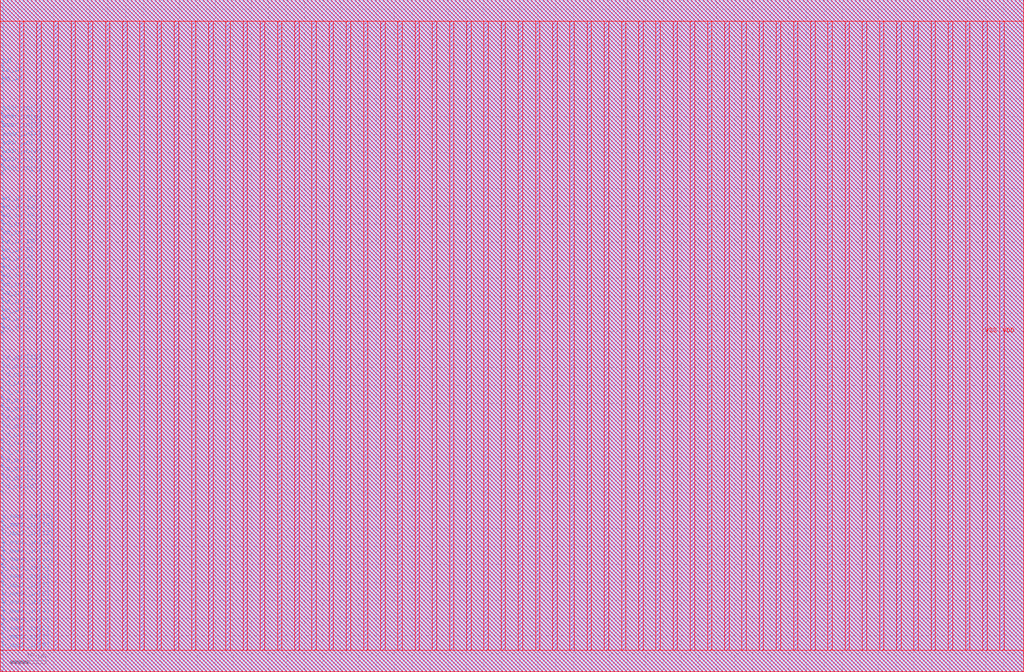
<source format=lef>
VERSION 5.7 ;
BUSBITCHARS "[]" ;
MACRO fakeram130_256x16
  FOREIGN fakeram130_256x16 0 0 ;
  SYMMETRY X Y R90 ;
  SIZE 285.660 BY 187.680 ;
  CLASS BLOCK ;
  PIN w_mask_in[0]
    DIRECTION INPUT ;
    USE SIGNAL ;
    SHAPE ABUTMENT ;
    PORT
      LAYER met3 ;
      RECT 0.000 5.850 0.800 6.150 ;
    END
  END w_mask_in[0]
  PIN w_mask_in[1]
    DIRECTION INPUT ;
    USE SIGNAL ;
    SHAPE ABUTMENT ;
    PORT
      LAYER met3 ;
      RECT 0.000 8.250 0.800 8.550 ;
    END
  END w_mask_in[1]
  PIN w_mask_in[2]
    DIRECTION INPUT ;
    USE SIGNAL ;
    SHAPE ABUTMENT ;
    PORT
      LAYER met3 ;
      RECT 0.000 10.650 0.800 10.950 ;
    END
  END w_mask_in[2]
  PIN w_mask_in[3]
    DIRECTION INPUT ;
    USE SIGNAL ;
    SHAPE ABUTMENT ;
    PORT
      LAYER met3 ;
      RECT 0.000 13.050 0.800 13.350 ;
    END
  END w_mask_in[3]
  PIN w_mask_in[4]
    DIRECTION INPUT ;
    USE SIGNAL ;
    SHAPE ABUTMENT ;
    PORT
      LAYER met3 ;
      RECT 0.000 15.450 0.800 15.750 ;
    END
  END w_mask_in[4]
  PIN w_mask_in[5]
    DIRECTION INPUT ;
    USE SIGNAL ;
    SHAPE ABUTMENT ;
    PORT
      LAYER met3 ;
      RECT 0.000 17.850 0.800 18.150 ;
    END
  END w_mask_in[5]
  PIN w_mask_in[6]
    DIRECTION INPUT ;
    USE SIGNAL ;
    SHAPE ABUTMENT ;
    PORT
      LAYER met3 ;
      RECT 0.000 20.250 0.800 20.550 ;
    END
  END w_mask_in[6]
  PIN w_mask_in[7]
    DIRECTION INPUT ;
    USE SIGNAL ;
    SHAPE ABUTMENT ;
    PORT
      LAYER met3 ;
      RECT 0.000 22.650 0.800 22.950 ;
    END
  END w_mask_in[7]
  PIN w_mask_in[8]
    DIRECTION INPUT ;
    USE SIGNAL ;
    SHAPE ABUTMENT ;
    PORT
      LAYER met3 ;
      RECT 0.000 25.050 0.800 25.350 ;
    END
  END w_mask_in[8]
  PIN w_mask_in[9]
    DIRECTION INPUT ;
    USE SIGNAL ;
    SHAPE ABUTMENT ;
    PORT
      LAYER met3 ;
      RECT 0.000 27.450 0.800 27.750 ;
    END
  END w_mask_in[9]
  PIN w_mask_in[10]
    DIRECTION INPUT ;
    USE SIGNAL ;
    SHAPE ABUTMENT ;
    PORT
      LAYER met3 ;
      RECT 0.000 29.850 0.800 30.150 ;
    END
  END w_mask_in[10]
  PIN w_mask_in[11]
    DIRECTION INPUT ;
    USE SIGNAL ;
    SHAPE ABUTMENT ;
    PORT
      LAYER met3 ;
      RECT 0.000 32.250 0.800 32.550 ;
    END
  END w_mask_in[11]
  PIN w_mask_in[12]
    DIRECTION INPUT ;
    USE SIGNAL ;
    SHAPE ABUTMENT ;
    PORT
      LAYER met3 ;
      RECT 0.000 34.650 0.800 34.950 ;
    END
  END w_mask_in[12]
  PIN w_mask_in[13]
    DIRECTION INPUT ;
    USE SIGNAL ;
    SHAPE ABUTMENT ;
    PORT
      LAYER met3 ;
      RECT 0.000 37.050 0.800 37.350 ;
    END
  END w_mask_in[13]
  PIN w_mask_in[14]
    DIRECTION INPUT ;
    USE SIGNAL ;
    SHAPE ABUTMENT ;
    PORT
      LAYER met3 ;
      RECT 0.000 39.450 0.800 39.750 ;
    END
  END w_mask_in[14]
  PIN w_mask_in[15]
    DIRECTION INPUT ;
    USE SIGNAL ;
    SHAPE ABUTMENT ;
    PORT
      LAYER met3 ;
      RECT 0.000 41.850 0.800 42.150 ;
    END
  END w_mask_in[15]
  PIN rd_out[0]
    DIRECTION OUTPUT ;
    USE SIGNAL ;
    SHAPE ABUTMENT ;
    PORT
      LAYER met3 ;
      RECT 0.000 50.250 0.800 50.550 ;
    END
  END rd_out[0]
  PIN rd_out[1]
    DIRECTION OUTPUT ;
    USE SIGNAL ;
    SHAPE ABUTMENT ;
    PORT
      LAYER met3 ;
      RECT 0.000 52.650 0.800 52.950 ;
    END
  END rd_out[1]
  PIN rd_out[2]
    DIRECTION OUTPUT ;
    USE SIGNAL ;
    SHAPE ABUTMENT ;
    PORT
      LAYER met3 ;
      RECT 0.000 55.050 0.800 55.350 ;
    END
  END rd_out[2]
  PIN rd_out[3]
    DIRECTION OUTPUT ;
    USE SIGNAL ;
    SHAPE ABUTMENT ;
    PORT
      LAYER met3 ;
      RECT 0.000 57.450 0.800 57.750 ;
    END
  END rd_out[3]
  PIN rd_out[4]
    DIRECTION OUTPUT ;
    USE SIGNAL ;
    SHAPE ABUTMENT ;
    PORT
      LAYER met3 ;
      RECT 0.000 59.850 0.800 60.150 ;
    END
  END rd_out[4]
  PIN rd_out[5]
    DIRECTION OUTPUT ;
    USE SIGNAL ;
    SHAPE ABUTMENT ;
    PORT
      LAYER met3 ;
      RECT 0.000 62.250 0.800 62.550 ;
    END
  END rd_out[5]
  PIN rd_out[6]
    DIRECTION OUTPUT ;
    USE SIGNAL ;
    SHAPE ABUTMENT ;
    PORT
      LAYER met3 ;
      RECT 0.000 64.650 0.800 64.950 ;
    END
  END rd_out[6]
  PIN rd_out[7]
    DIRECTION OUTPUT ;
    USE SIGNAL ;
    SHAPE ABUTMENT ;
    PORT
      LAYER met3 ;
      RECT 0.000 67.050 0.800 67.350 ;
    END
  END rd_out[7]
  PIN rd_out[8]
    DIRECTION OUTPUT ;
    USE SIGNAL ;
    SHAPE ABUTMENT ;
    PORT
      LAYER met3 ;
      RECT 0.000 69.450 0.800 69.750 ;
    END
  END rd_out[8]
  PIN rd_out[9]
    DIRECTION OUTPUT ;
    USE SIGNAL ;
    SHAPE ABUTMENT ;
    PORT
      LAYER met3 ;
      RECT 0.000 71.850 0.800 72.150 ;
    END
  END rd_out[9]
  PIN rd_out[10]
    DIRECTION OUTPUT ;
    USE SIGNAL ;
    SHAPE ABUTMENT ;
    PORT
      LAYER met3 ;
      RECT 0.000 74.250 0.800 74.550 ;
    END
  END rd_out[10]
  PIN rd_out[11]
    DIRECTION OUTPUT ;
    USE SIGNAL ;
    SHAPE ABUTMENT ;
    PORT
      LAYER met3 ;
      RECT 0.000 76.650 0.800 76.950 ;
    END
  END rd_out[11]
  PIN rd_out[12]
    DIRECTION OUTPUT ;
    USE SIGNAL ;
    SHAPE ABUTMENT ;
    PORT
      LAYER met3 ;
      RECT 0.000 79.050 0.800 79.350 ;
    END
  END rd_out[12]
  PIN rd_out[13]
    DIRECTION OUTPUT ;
    USE SIGNAL ;
    SHAPE ABUTMENT ;
    PORT
      LAYER met3 ;
      RECT 0.000 81.450 0.800 81.750 ;
    END
  END rd_out[13]
  PIN rd_out[14]
    DIRECTION OUTPUT ;
    USE SIGNAL ;
    SHAPE ABUTMENT ;
    PORT
      LAYER met3 ;
      RECT 0.000 83.850 0.800 84.150 ;
    END
  END rd_out[14]
  PIN rd_out[15]
    DIRECTION OUTPUT ;
    USE SIGNAL ;
    SHAPE ABUTMENT ;
    PORT
      LAYER met3 ;
      RECT 0.000 86.250 0.800 86.550 ;
    END
  END rd_out[15]
  PIN wd_in[0]
    DIRECTION INPUT ;
    USE SIGNAL ;
    SHAPE ABUTMENT ;
    PORT
      LAYER met3 ;
      RECT 0.000 94.650 0.800 94.950 ;
    END
  END wd_in[0]
  PIN wd_in[1]
    DIRECTION INPUT ;
    USE SIGNAL ;
    SHAPE ABUTMENT ;
    PORT
      LAYER met3 ;
      RECT 0.000 97.050 0.800 97.350 ;
    END
  END wd_in[1]
  PIN wd_in[2]
    DIRECTION INPUT ;
    USE SIGNAL ;
    SHAPE ABUTMENT ;
    PORT
      LAYER met3 ;
      RECT 0.000 99.450 0.800 99.750 ;
    END
  END wd_in[2]
  PIN wd_in[3]
    DIRECTION INPUT ;
    USE SIGNAL ;
    SHAPE ABUTMENT ;
    PORT
      LAYER met3 ;
      RECT 0.000 101.850 0.800 102.150 ;
    END
  END wd_in[3]
  PIN wd_in[4]
    DIRECTION INPUT ;
    USE SIGNAL ;
    SHAPE ABUTMENT ;
    PORT
      LAYER met3 ;
      RECT 0.000 104.250 0.800 104.550 ;
    END
  END wd_in[4]
  PIN wd_in[5]
    DIRECTION INPUT ;
    USE SIGNAL ;
    SHAPE ABUTMENT ;
    PORT
      LAYER met3 ;
      RECT 0.000 106.650 0.800 106.950 ;
    END
  END wd_in[5]
  PIN wd_in[6]
    DIRECTION INPUT ;
    USE SIGNAL ;
    SHAPE ABUTMENT ;
    PORT
      LAYER met3 ;
      RECT 0.000 109.050 0.800 109.350 ;
    END
  END wd_in[6]
  PIN wd_in[7]
    DIRECTION INPUT ;
    USE SIGNAL ;
    SHAPE ABUTMENT ;
    PORT
      LAYER met3 ;
      RECT 0.000 111.450 0.800 111.750 ;
    END
  END wd_in[7]
  PIN wd_in[8]
    DIRECTION INPUT ;
    USE SIGNAL ;
    SHAPE ABUTMENT ;
    PORT
      LAYER met3 ;
      RECT 0.000 113.850 0.800 114.150 ;
    END
  END wd_in[8]
  PIN wd_in[9]
    DIRECTION INPUT ;
    USE SIGNAL ;
    SHAPE ABUTMENT ;
    PORT
      LAYER met3 ;
      RECT 0.000 116.250 0.800 116.550 ;
    END
  END wd_in[9]
  PIN wd_in[10]
    DIRECTION INPUT ;
    USE SIGNAL ;
    SHAPE ABUTMENT ;
    PORT
      LAYER met3 ;
      RECT 0.000 118.650 0.800 118.950 ;
    END
  END wd_in[10]
  PIN wd_in[11]
    DIRECTION INPUT ;
    USE SIGNAL ;
    SHAPE ABUTMENT ;
    PORT
      LAYER met3 ;
      RECT 0.000 121.050 0.800 121.350 ;
    END
  END wd_in[11]
  PIN wd_in[12]
    DIRECTION INPUT ;
    USE SIGNAL ;
    SHAPE ABUTMENT ;
    PORT
      LAYER met3 ;
      RECT 0.000 123.450 0.800 123.750 ;
    END
  END wd_in[12]
  PIN wd_in[13]
    DIRECTION INPUT ;
    USE SIGNAL ;
    SHAPE ABUTMENT ;
    PORT
      LAYER met3 ;
      RECT 0.000 125.850 0.800 126.150 ;
    END
  END wd_in[13]
  PIN wd_in[14]
    DIRECTION INPUT ;
    USE SIGNAL ;
    SHAPE ABUTMENT ;
    PORT
      LAYER met3 ;
      RECT 0.000 128.250 0.800 128.550 ;
    END
  END wd_in[14]
  PIN wd_in[15]
    DIRECTION INPUT ;
    USE SIGNAL ;
    SHAPE ABUTMENT ;
    PORT
      LAYER met3 ;
      RECT 0.000 130.650 0.800 130.950 ;
    END
  END wd_in[15]
  PIN addr_in[0]
    DIRECTION INPUT ;
    USE SIGNAL ;
    SHAPE ABUTMENT ;
    PORT
      LAYER met3 ;
      RECT 0.000 139.050 0.800 139.350 ;
    END
  END addr_in[0]
  PIN addr_in[1]
    DIRECTION INPUT ;
    USE SIGNAL ;
    SHAPE ABUTMENT ;
    PORT
      LAYER met3 ;
      RECT 0.000 141.450 0.800 141.750 ;
    END
  END addr_in[1]
  PIN addr_in[2]
    DIRECTION INPUT ;
    USE SIGNAL ;
    SHAPE ABUTMENT ;
    PORT
      LAYER met3 ;
      RECT 0.000 143.850 0.800 144.150 ;
    END
  END addr_in[2]
  PIN addr_in[3]
    DIRECTION INPUT ;
    USE SIGNAL ;
    SHAPE ABUTMENT ;
    PORT
      LAYER met3 ;
      RECT 0.000 146.250 0.800 146.550 ;
    END
  END addr_in[3]
  PIN addr_in[4]
    DIRECTION INPUT ;
    USE SIGNAL ;
    SHAPE ABUTMENT ;
    PORT
      LAYER met3 ;
      RECT 0.000 148.650 0.800 148.950 ;
    END
  END addr_in[4]
  PIN addr_in[5]
    DIRECTION INPUT ;
    USE SIGNAL ;
    SHAPE ABUTMENT ;
    PORT
      LAYER met3 ;
      RECT 0.000 151.050 0.800 151.350 ;
    END
  END addr_in[5]
  PIN addr_in[6]
    DIRECTION INPUT ;
    USE SIGNAL ;
    SHAPE ABUTMENT ;
    PORT
      LAYER met3 ;
      RECT 0.000 153.450 0.800 153.750 ;
    END
  END addr_in[6]
  PIN addr_in[7]
    DIRECTION INPUT ;
    USE SIGNAL ;
    SHAPE ABUTMENT ;
    PORT
      LAYER met3 ;
      RECT 0.000 155.850 0.800 156.150 ;
    END
  END addr_in[7]
  PIN we_in
    DIRECTION INPUT ;
    USE SIGNAL ;
    SHAPE ABUTMENT ;
    PORT
      LAYER met3 ;
      RECT 0.000 164.250 0.800 164.550 ;
    END
  END we_in
  PIN ce_in
    DIRECTION INPUT ;
    USE SIGNAL ;
    SHAPE ABUTMENT ;
    PORT
      LAYER met3 ;
      RECT 0.000 166.650 0.800 166.950 ;
    END
  END ce_in
  PIN clk
    DIRECTION INPUT ;
    USE SIGNAL ;
    SHAPE ABUTMENT ;
    PORT
      LAYER met3 ;
      RECT 0.000 169.050 0.800 169.350 ;
    END
  END clk
  PIN VSS
    DIRECTION INOUT ;
    USE GROUND ;
    PORT
      LAYER met4 ;
      RECT 5.400 6.000 6.600 181.680 ;
      RECT 15.000 6.000 16.200 181.680 ;
      RECT 24.600 6.000 25.800 181.680 ;
      RECT 34.200 6.000 35.400 181.680 ;
      RECT 43.800 6.000 45.000 181.680 ;
      RECT 53.400 6.000 54.600 181.680 ;
      RECT 63.000 6.000 64.200 181.680 ;
      RECT 72.600 6.000 73.800 181.680 ;
      RECT 82.200 6.000 83.400 181.680 ;
      RECT 91.800 6.000 93.000 181.680 ;
      RECT 101.400 6.000 102.600 181.680 ;
      RECT 111.000 6.000 112.200 181.680 ;
      RECT 120.600 6.000 121.800 181.680 ;
      RECT 130.200 6.000 131.400 181.680 ;
      RECT 139.800 6.000 141.000 181.680 ;
      RECT 149.400 6.000 150.600 181.680 ;
      RECT 159.000 6.000 160.200 181.680 ;
      RECT 168.600 6.000 169.800 181.680 ;
      RECT 178.200 6.000 179.400 181.680 ;
      RECT 187.800 6.000 189.000 181.680 ;
      RECT 197.400 6.000 198.600 181.680 ;
      RECT 207.000 6.000 208.200 181.680 ;
      RECT 216.600 6.000 217.800 181.680 ;
      RECT 226.200 6.000 227.400 181.680 ;
      RECT 235.800 6.000 237.000 181.680 ;
      RECT 245.400 6.000 246.600 181.680 ;
      RECT 255.000 6.000 256.200 181.680 ;
      RECT 264.600 6.000 265.800 181.680 ;
      RECT 274.200 6.000 275.400 181.680 ;
    END
  END VSS
  PIN VDD
    DIRECTION INOUT ;
    USE POWER ;
    PORT
      LAYER met4 ;
      RECT 10.200 6.000 11.400 181.680 ;
      RECT 19.800 6.000 21.000 181.680 ;
      RECT 29.400 6.000 30.600 181.680 ;
      RECT 39.000 6.000 40.200 181.680 ;
      RECT 48.600 6.000 49.800 181.680 ;
      RECT 58.200 6.000 59.400 181.680 ;
      RECT 67.800 6.000 69.000 181.680 ;
      RECT 77.400 6.000 78.600 181.680 ;
      RECT 87.000 6.000 88.200 181.680 ;
      RECT 96.600 6.000 97.800 181.680 ;
      RECT 106.200 6.000 107.400 181.680 ;
      RECT 115.800 6.000 117.000 181.680 ;
      RECT 125.400 6.000 126.600 181.680 ;
      RECT 135.000 6.000 136.200 181.680 ;
      RECT 144.600 6.000 145.800 181.680 ;
      RECT 154.200 6.000 155.400 181.680 ;
      RECT 163.800 6.000 165.000 181.680 ;
      RECT 173.400 6.000 174.600 181.680 ;
      RECT 183.000 6.000 184.200 181.680 ;
      RECT 192.600 6.000 193.800 181.680 ;
      RECT 202.200 6.000 203.400 181.680 ;
      RECT 211.800 6.000 213.000 181.680 ;
      RECT 221.400 6.000 222.600 181.680 ;
      RECT 231.000 6.000 232.200 181.680 ;
      RECT 240.600 6.000 241.800 181.680 ;
      RECT 250.200 6.000 251.400 181.680 ;
      RECT 259.800 6.000 261.000 181.680 ;
      RECT 269.400 6.000 270.600 181.680 ;
      RECT 279.000 6.000 280.200 181.680 ;
    END
  END VDD
  OBS
    LAYER met1 ;
    RECT 0 0 285.660 187.680 ;
    LAYER met2 ;
    RECT 0 0 285.660 187.680 ;
    LAYER met3 ;
    RECT 0.800 0 285.660 187.680 ;
    RECT 0 0.000 0.800 5.850 ;
    RECT 0 6.150 0.800 8.250 ;
    RECT 0 8.550 0.800 10.650 ;
    RECT 0 10.950 0.800 13.050 ;
    RECT 0 13.350 0.800 15.450 ;
    RECT 0 15.750 0.800 17.850 ;
    RECT 0 18.150 0.800 20.250 ;
    RECT 0 20.550 0.800 22.650 ;
    RECT 0 22.950 0.800 25.050 ;
    RECT 0 25.350 0.800 27.450 ;
    RECT 0 27.750 0.800 29.850 ;
    RECT 0 30.150 0.800 32.250 ;
    RECT 0 32.550 0.800 34.650 ;
    RECT 0 34.950 0.800 37.050 ;
    RECT 0 37.350 0.800 39.450 ;
    RECT 0 39.750 0.800 41.850 ;
    RECT 0 42.150 0.800 50.250 ;
    RECT 0 50.550 0.800 52.650 ;
    RECT 0 52.950 0.800 55.050 ;
    RECT 0 55.350 0.800 57.450 ;
    RECT 0 57.750 0.800 59.850 ;
    RECT 0 60.150 0.800 62.250 ;
    RECT 0 62.550 0.800 64.650 ;
    RECT 0 64.950 0.800 67.050 ;
    RECT 0 67.350 0.800 69.450 ;
    RECT 0 69.750 0.800 71.850 ;
    RECT 0 72.150 0.800 74.250 ;
    RECT 0 74.550 0.800 76.650 ;
    RECT 0 76.950 0.800 79.050 ;
    RECT 0 79.350 0.800 81.450 ;
    RECT 0 81.750 0.800 83.850 ;
    RECT 0 84.150 0.800 86.250 ;
    RECT 0 86.550 0.800 94.650 ;
    RECT 0 94.950 0.800 97.050 ;
    RECT 0 97.350 0.800 99.450 ;
    RECT 0 99.750 0.800 101.850 ;
    RECT 0 102.150 0.800 104.250 ;
    RECT 0 104.550 0.800 106.650 ;
    RECT 0 106.950 0.800 109.050 ;
    RECT 0 109.350 0.800 111.450 ;
    RECT 0 111.750 0.800 113.850 ;
    RECT 0 114.150 0.800 116.250 ;
    RECT 0 116.550 0.800 118.650 ;
    RECT 0 118.950 0.800 121.050 ;
    RECT 0 121.350 0.800 123.450 ;
    RECT 0 123.750 0.800 125.850 ;
    RECT 0 126.150 0.800 128.250 ;
    RECT 0 128.550 0.800 130.650 ;
    RECT 0 130.950 0.800 139.050 ;
    RECT 0 139.350 0.800 141.450 ;
    RECT 0 141.750 0.800 143.850 ;
    RECT 0 144.150 0.800 146.250 ;
    RECT 0 146.550 0.800 148.650 ;
    RECT 0 148.950 0.800 151.050 ;
    RECT 0 151.350 0.800 153.450 ;
    RECT 0 153.750 0.800 155.850 ;
    RECT 0 156.150 0.800 164.250 ;
    RECT 0 164.550 0.800 166.650 ;
    RECT 0 166.950 0.800 169.050 ;
    RECT 0 169.350 0.800 187.680 ;
    LAYER met4 ;
    RECT 0 0 285.660 6.000 ;
    RECT 0 181.680 285.660 187.680 ;
    RECT 0.000 6.000 5.400 181.680 ;
    RECT 6.600 6.000 10.200 181.680 ;
    RECT 11.400 6.000 15.000 181.680 ;
    RECT 16.200 6.000 19.800 181.680 ;
    RECT 21.000 6.000 24.600 181.680 ;
    RECT 25.800 6.000 29.400 181.680 ;
    RECT 30.600 6.000 34.200 181.680 ;
    RECT 35.400 6.000 39.000 181.680 ;
    RECT 40.200 6.000 43.800 181.680 ;
    RECT 45.000 6.000 48.600 181.680 ;
    RECT 49.800 6.000 53.400 181.680 ;
    RECT 54.600 6.000 58.200 181.680 ;
    RECT 59.400 6.000 63.000 181.680 ;
    RECT 64.200 6.000 67.800 181.680 ;
    RECT 69.000 6.000 72.600 181.680 ;
    RECT 73.800 6.000 77.400 181.680 ;
    RECT 78.600 6.000 82.200 181.680 ;
    RECT 83.400 6.000 87.000 181.680 ;
    RECT 88.200 6.000 91.800 181.680 ;
    RECT 93.000 6.000 96.600 181.680 ;
    RECT 97.800 6.000 101.400 181.680 ;
    RECT 102.600 6.000 106.200 181.680 ;
    RECT 107.400 6.000 111.000 181.680 ;
    RECT 112.200 6.000 115.800 181.680 ;
    RECT 117.000 6.000 120.600 181.680 ;
    RECT 121.800 6.000 125.400 181.680 ;
    RECT 126.600 6.000 130.200 181.680 ;
    RECT 131.400 6.000 135.000 181.680 ;
    RECT 136.200 6.000 139.800 181.680 ;
    RECT 141.000 6.000 144.600 181.680 ;
    RECT 145.800 6.000 149.400 181.680 ;
    RECT 150.600 6.000 154.200 181.680 ;
    RECT 155.400 6.000 159.000 181.680 ;
    RECT 160.200 6.000 163.800 181.680 ;
    RECT 165.000 6.000 168.600 181.680 ;
    RECT 169.800 6.000 173.400 181.680 ;
    RECT 174.600 6.000 178.200 181.680 ;
    RECT 179.400 6.000 183.000 181.680 ;
    RECT 184.200 6.000 187.800 181.680 ;
    RECT 189.000 6.000 192.600 181.680 ;
    RECT 193.800 6.000 197.400 181.680 ;
    RECT 198.600 6.000 202.200 181.680 ;
    RECT 203.400 6.000 207.000 181.680 ;
    RECT 208.200 6.000 211.800 181.680 ;
    RECT 213.000 6.000 216.600 181.680 ;
    RECT 217.800 6.000 221.400 181.680 ;
    RECT 222.600 6.000 226.200 181.680 ;
    RECT 227.400 6.000 231.000 181.680 ;
    RECT 232.200 6.000 235.800 181.680 ;
    RECT 237.000 6.000 240.600 181.680 ;
    RECT 241.800 6.000 245.400 181.680 ;
    RECT 246.600 6.000 250.200 181.680 ;
    RECT 251.400 6.000 255.000 181.680 ;
    RECT 256.200 6.000 259.800 181.680 ;
    RECT 261.000 6.000 264.600 181.680 ;
    RECT 265.800 6.000 269.400 181.680 ;
    RECT 270.600 6.000 274.200 181.680 ;
    RECT 275.400 6.000 279.000 181.680 ;
    RECT 280.200 6.000 285.660 181.680 ;
    LAYER OVERLAP ;
    RECT 0 0 285.660 187.680 ;
  END
END fakeram130_256x16

END LIBRARY

</source>
